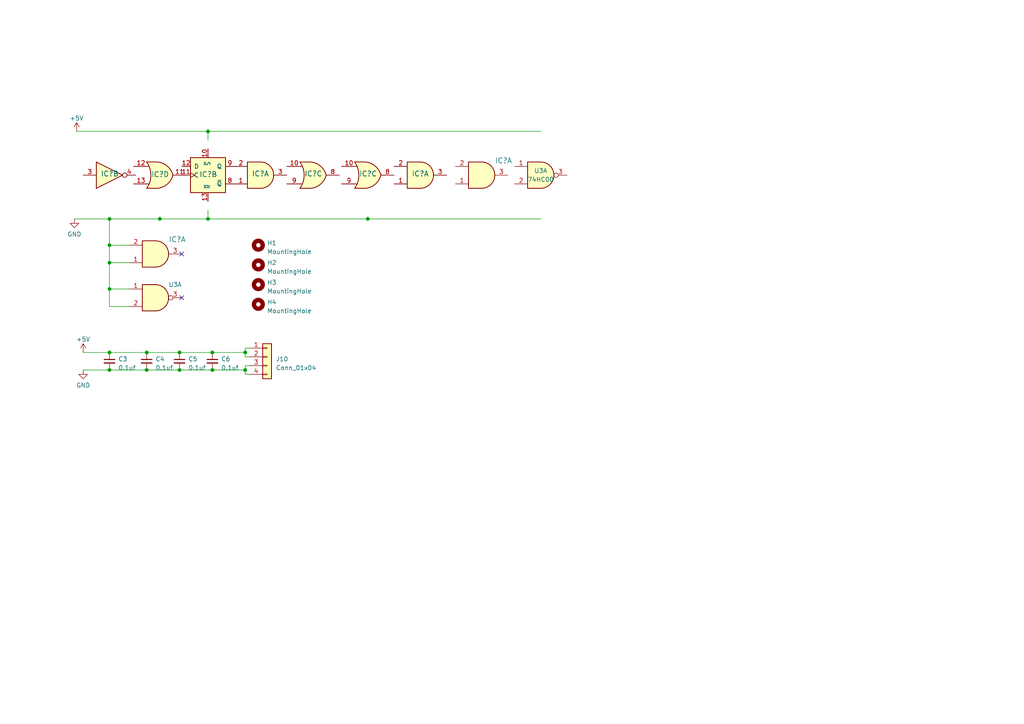
<source format=kicad_sch>
(kicad_sch (version 20230121) (generator eeschema)
  (paper "A4")
  (lib_symbols
    (symbol "74xx:74HC00" (pin_names (offset 1.016))
      (property "Reference" "U" (at 0 1.27 0))
      (property "Value" "74HC00" (at 0 -1.27 0))
      (symbol "74HC00_1_1"
        (arc (start 0 -3.81) (mid 3.7934 0) (end 0 3.81) (stroke (width 0.254)) (fill (type background)))
        (polyline (pts (xy 0 3.81) (xy -3.81 3.81) (xy -3.81 -3.81) (xy 0 -3.81)) (stroke (width 0.254)) (fill (type background)))
        (pin input line (at -7.62 2.54 0) (length 3.81) (name "~") (number "1"))
        (pin input line (at -7.62 -2.54 0) (length 3.81) (name "~") (number "2"))
        (pin output inverted (at 7.62 0 180) (length 3.81) (name "~") (number "3"))
      )
      (symbol "74HC00_1_2"
        (arc (start -3.81 -3.81) (mid -2.589 0) (end -3.81 3.81) (stroke (width 0.254)))
        (arc (start -0.6096 -3.81) (mid 2.1842 -2.5851) (end 3.81 0) (stroke (width 0.254)) (fill (type background)))
        (polyline (pts (xy -3.81 -3.81) (xy -0.635 -3.81)) (stroke (width 0.254)) (fill (type background)))
        (polyline (pts (xy -3.81 3.81) (xy -0.635 3.81)) (stroke (width 0.254)) (fill (type background)))
        (polyline (pts (xy -0.635 3.81) (xy -3.81 3.81) (xy -3.81 3.81) (xy -3.556 3.4036) (xy -3.0226 2.2606) (xy -2.6924 1.0414) (xy -2.6162 -0.254) (xy -2.7686 -1.4986) (xy -3.175 -2.7178) (xy -3.81 -3.81) (xy -3.81 -3.81) (xy -0.635 -3.81)) (stroke (width -25.4)) (fill (type background)))
        (arc (start 3.81 0) (mid 2.1915 2.5936) (end -0.6096 3.81) (stroke (width 0.254)) (fill (type background)))
        (pin input inverted (at -7.62 2.54 0) (length 4.318) (name "~") (number "1"))
        (pin input inverted (at -7.62 -2.54 0) (length 4.318) (name "~") (number "2"))
        (pin output line (at 7.62 0 180) (length 3.81) (name "~") (number "3"))
      )
      (symbol "74HC00_2_1"
        (arc (start 0 -3.81) (mid 3.7934 0) (end 0 3.81) (stroke (width 0.254)) (fill (type background)))
        (polyline (pts (xy 0 3.81) (xy -3.81 3.81) (xy -3.81 -3.81) (xy 0 -3.81)) (stroke (width 0.254)) (fill (type background)))
        (pin input line (at -7.62 2.54 0) (length 3.81) (name "~") (number "4"))
        (pin input line (at -7.62 -2.54 0) (length 3.81) (name "~") (number "5"))
        (pin output inverted (at 7.62 0 180) (length 3.81) (name "~") (number "6"))
      )
      (symbol "74HC00_2_2"
        (arc (start -3.81 -3.81) (mid -2.589 0) (end -3.81 3.81) (stroke (width 0.254)))
        (arc (start -0.6096 -3.81) (mid 2.1842 -2.5851) (end 3.81 0) (stroke (width 0.254)) (fill (type background)))
        (polyline (pts (xy -3.81 -3.81) (xy -0.635 -3.81)) (stroke (width 0.254)) (fill (type background)))
        (polyline (pts (xy -3.81 3.81) (xy -0.635 3.81)) (stroke (width 0.254)) (fill (type background)))
        (polyline (pts (xy -0.635 3.81) (xy -3.81 3.81) (xy -3.81 3.81) (xy -3.556 3.4036) (xy -3.0226 2.2606) (xy -2.6924 1.0414) (xy -2.6162 -0.254) (xy -2.7686 -1.4986) (xy -3.175 -2.7178) (xy -3.81 -3.81) (xy -3.81 -3.81) (xy -0.635 -3.81)) (stroke (width -25.4)) (fill (type background)))
        (arc (start 3.81 0) (mid 2.1915 2.5936) (end -0.6096 3.81) (stroke (width 0.254)) (fill (type background)))
        (pin input inverted (at -7.62 2.54 0) (length 4.318) (name "~") (number "4"))
        (pin input inverted (at -7.62 -2.54 0) (length 4.318) (name "~") (number "5"))
        (pin output line (at 7.62 0 180) (length 3.81) (name "~") (number "6"))
      )
      (symbol "74HC00_3_1"
        (arc (start 0 -3.81) (mid 3.7934 0) (end 0 3.81) (stroke (width 0.254)) (fill (type background)))
        (polyline (pts (xy 0 3.81) (xy -3.81 3.81) (xy -3.81 -3.81) (xy 0 -3.81)) (stroke (width 0.254)) (fill (type background)))
        (pin input line (at -7.62 -2.54 0) (length 3.81) (name "~") (number "10"))
        (pin output inverted (at 7.62 0 180) (length 3.81) (name "~") (number "8"))
        (pin input line (at -7.62 2.54 0) (length 3.81) (name "~") (number "9"))
      )
      (symbol "74HC00_3_2"
        (arc (start -3.81 -3.81) (mid -2.589 0) (end -3.81 3.81) (stroke (width 0.254)))
        (arc (start -0.6096 -3.81) (mid 2.1842 -2.5851) (end 3.81 0) (stroke (width 0.254)) (fill (type background)))
        (polyline (pts (xy -3.81 -3.81) (xy -0.635 -3.81)) (stroke (width 0.254)) (fill (type background)))
        (polyline (pts (xy -3.81 3.81) (xy -0.635 3.81)) (stroke (width 0.254)) (fill (type background)))
        (polyline (pts (xy -0.635 3.81) (xy -3.81 3.81) (xy -3.81 3.81) (xy -3.556 3.4036) (xy -3.0226 2.2606) (xy -2.6924 1.0414) (xy -2.6162 -0.254) (xy -2.7686 -1.4986) (xy -3.175 -2.7178) (xy -3.81 -3.81) (xy -3.81 -3.81) (xy -0.635 -3.81)) (stroke (width -25.4)) (fill (type background)))
        (arc (start 3.81 0) (mid 2.1915 2.5936) (end -0.6096 3.81) (stroke (width 0.254)) (fill (type background)))
        (pin input inverted (at -7.62 -2.54 0) (length 4.318) (name "~") (number "10"))
        (pin output line (at 7.62 0 180) (length 3.81) (name "~") (number "8"))
        (pin input inverted (at -7.62 2.54 0) (length 4.318) (name "~") (number "9"))
      )
      (symbol "74HC00_4_1"
        (arc (start 0 -3.81) (mid 3.7934 0) (end 0 3.81) (stroke (width 0.254)) (fill (type background)))
        (polyline (pts (xy 0 3.81) (xy -3.81 3.81) (xy -3.81 -3.81) (xy 0 -3.81)) (stroke (width 0.254)) (fill (type background)))
        (pin output inverted (at 7.62 0 180) (length 3.81) (name "~") (number "11"))
        (pin input line (at -7.62 2.54 0) (length 3.81) (name "~") (number "12"))
        (pin input line (at -7.62 -2.54 0) (length 3.81) (name "~") (number "13"))
      )
      (symbol "74HC00_4_2"
        (arc (start -3.81 -3.81) (mid -2.589 0) (end -3.81 3.81) (stroke (width 0.254)))
        (arc (start -0.6096 -3.81) (mid 2.1842 -2.5851) (end 3.81 0) (stroke (width 0.254)) (fill (type background)))
        (polyline (pts (xy -3.81 -3.81) (xy -0.635 -3.81)) (stroke (width 0.254)) (fill (type background)))
        (polyline (pts (xy -3.81 3.81) (xy -0.635 3.81)) (stroke (width 0.254)) (fill (type background)))
        (polyline (pts (xy -0.635 3.81) (xy -3.81 3.81) (xy -3.81 3.81) (xy -3.556 3.4036) (xy -3.0226 2.2606) (xy -2.6924 1.0414) (xy -2.6162 -0.254) (xy -2.7686 -1.4986) (xy -3.175 -2.7178) (xy -3.81 -3.81) (xy -3.81 -3.81) (xy -0.635 -3.81)) (stroke (width -25.4)) (fill (type background)))
        (arc (start 3.81 0) (mid 2.1915 2.5936) (end -0.6096 3.81) (stroke (width 0.254)) (fill (type background)))
        (pin output line (at 7.62 0 180) (length 3.81) (name "~") (number "11"))
        (pin input inverted (at -7.62 2.54 0) (length 4.318) (name "~") (number "12"))
        (pin input inverted (at -7.62 -2.54 0) (length 4.318) (name "~") (number "13"))
      )
      (symbol "74HC00_5_0"
        (pin power_in line (at 0 12.7 270) (length 5.08) (name "VCC") (number "14"))
        (pin power_in line (at 0 -12.7 90) (length 5.08) (name "GND") (number "7"))
      )
      (symbol "74HC00_5_1"
        (rectangle (start -5.08 7.62) (end 5.08 -7.62) (stroke (width 0.254)) (fill (type background)))
      )
    )
    (symbol "74xx:74HC04"
      (property "Reference" "U" (at 0 1.27 0))
      (property "Value" "74HC04" (at 0 -1.27 0))
      (symbol "74HC04_1_0"
        (polyline (pts (xy -3.81 3.81) (xy -3.81 -3.81) (xy 3.81 0) (xy -3.81 3.81)) (stroke (width 0.254)) (fill (type background)))
        (pin input line (at -7.62 0 0) (length 3.81) (name "~") (number "1"))
        (pin output inverted (at 7.62 0 180) (length 3.81) (name "~") (number "2"))
      )
      (symbol "74HC04_2_0"
        (polyline (pts (xy -3.81 3.81) (xy -3.81 -3.81) (xy 3.81 0) (xy -3.81 3.81)) (stroke (width 0.254)) (fill (type background)))
        (pin input line (at -7.62 0 0) (length 3.81) (name "~") (number "3"))
        (pin output inverted (at 7.62 0 180) (length 3.81) (name "~") (number "4"))
      )
      (symbol "74HC04_3_0"
        (polyline (pts (xy -3.81 3.81) (xy -3.81 -3.81) (xy 3.81 0) (xy -3.81 3.81)) (stroke (width 0.254)) (fill (type background)))
        (pin input line (at -7.62 0 0) (length 3.81) (name "~") (number "5"))
        (pin output inverted (at 7.62 0 180) (length 3.81) (name "~") (number "6"))
      )
      (symbol "74HC04_4_0"
        (polyline (pts (xy -3.81 3.81) (xy -3.81 -3.81) (xy 3.81 0) (xy -3.81 3.81)) (stroke (width 0.254)) (fill (type background)))
        (pin output inverted (at 7.62 0 180) (length 3.81) (name "~") (number "8"))
        (pin input line (at -7.62 0 0) (length 3.81) (name "~") (number "9"))
      )
      (symbol "74HC04_5_0"
        (polyline (pts (xy -3.81 3.81) (xy -3.81 -3.81) (xy 3.81 0) (xy -3.81 3.81)) (stroke (width 0.254)) (fill (type background)))
        (pin output inverted (at 7.62 0 180) (length 3.81) (name "~") (number "10"))
        (pin input line (at -7.62 0 0) (length 3.81) (name "~") (number "11"))
      )
      (symbol "74HC04_6_0"
        (polyline (pts (xy -3.81 3.81) (xy -3.81 -3.81) (xy 3.81 0) (xy -3.81 3.81)) (stroke (width 0.254)) (fill (type background)))
        (pin output inverted (at 7.62 0 180) (length 3.81) (name "~") (number "12"))
        (pin input line (at -7.62 0 0) (length 3.81) (name "~") (number "13"))
      )
      (symbol "74HC04_7_0"
        (pin power_in line (at 0 12.7 270) (length 5.08) (name "VCC") (number "14"))
        (pin power_in line (at 0 -12.7 90) (length 5.08) (name "GND") (number "7"))
      )
      (symbol "74HC04_7_1"
        (rectangle (start -5.08 7.62) (end 5.08 -7.62) (stroke (width 0.254)) (fill (type background)))
      )
    )
    (symbol "74xx:74HC74" (pin_names (offset 1.016))
      (property "Reference" "U" (at -7.62 8.89 0))
      (property "Value" "74HC74" (at -7.62 -8.89 0))
      (symbol "74HC74_1_0"
        (pin input line (at 0 -7.62 90) (length 2.54) (name "~{R}") (number "1"))
        (pin input line (at -7.62 2.54 0) (length 2.54) (name "D") (number "2"))
        (pin input clock (at -7.62 0 0) (length 2.54) (name "C") (number "3"))
        (pin input line (at 0 7.62 270) (length 2.54) (name "~{S}") (number "4"))
        (pin output line (at 7.62 2.54 180) (length 2.54) (name "Q") (number "5"))
        (pin output line (at 7.62 -2.54 180) (length 2.54) (name "~{Q}") (number "6"))
      )
      (symbol "74HC74_1_1"
        (rectangle (start -5.08 5.08) (end 5.08 -5.08) (stroke (width 0.254)) (fill (type background)))
      )
      (symbol "74HC74_2_0"
        (pin input line (at 0 7.62 270) (length 2.54) (name "~{S}") (number "10"))
        (pin input clock (at -7.62 0 0) (length 2.54) (name "C") (number "11"))
        (pin input line (at -7.62 2.54 0) (length 2.54) (name "D") (number "12"))
        (pin input line (at 0 -7.62 90) (length 2.54) (name "~{R}") (number "13"))
        (pin output line (at 7.62 -2.54 180) (length 2.54) (name "~{Q}") (number "8"))
        (pin output line (at 7.62 2.54 180) (length 2.54) (name "Q") (number "9"))
      )
      (symbol "74HC74_2_1"
        (rectangle (start -5.08 5.08) (end 5.08 -5.08) (stroke (width 0.254)) (fill (type background)))
      )
      (symbol "74HC74_3_0"
        (pin power_in line (at 0 10.16 270) (length 2.54) (name "VCC") (number "14"))
        (pin power_in line (at 0 -10.16 90) (length 2.54) (name "GND") (number "7"))
      )
      (symbol "74HC74_3_1"
        (rectangle (start -5.08 7.62) (end 5.08 -7.62) (stroke (width 0.254)) (fill (type background)))
      )
    )
    (symbol "74xx:74LS08" (pin_names (offset 1.016))
      (property "Reference" "U" (at 0 1.27 0))
      (property "Value" "74LS08" (at 0 -1.27 0))
      (symbol "74LS08_1_1"
        (arc (start 0 -3.81) (mid 3.7934 0) (end 0 3.81) (stroke (width 0.254)) (fill (type background)))
        (polyline (pts (xy 0 3.81) (xy -3.81 3.81) (xy -3.81 -3.81) (xy 0 -3.81)) (stroke (width 0.254)) (fill (type background)))
        (pin input line (at -7.62 2.54 0) (length 3.81) (name "~") (number "1"))
        (pin input line (at -7.62 -2.54 0) (length 3.81) (name "~") (number "2"))
        (pin output line (at 7.62 0 180) (length 3.81) (name "~") (number "3"))
      )
      (symbol "74LS08_1_2"
        (arc (start -3.81 -3.81) (mid -2.589 0) (end -3.81 3.81) (stroke (width 0.254)))
        (arc (start -0.6096 -3.81) (mid 2.1842 -2.5851) (end 3.81 0) (stroke (width 0.254)) (fill (type background)))
        (polyline (pts (xy -3.81 -3.81) (xy -0.635 -3.81)) (stroke (width 0.254)) (fill (type background)))
        (polyline (pts (xy -3.81 3.81) (xy -0.635 3.81)) (stroke (width 0.254)) (fill (type background)))
        (polyline (pts (xy -0.635 3.81) (xy -3.81 3.81) (xy -3.81 3.81) (xy -3.556 3.4036) (xy -3.0226 2.2606) (xy -2.6924 1.0414) (xy -2.6162 -0.254) (xy -2.7686 -1.4986) (xy -3.175 -2.7178) (xy -3.81 -3.81) (xy -3.81 -3.81) (xy -0.635 -3.81)) (stroke (width -25.4)) (fill (type background)))
        (arc (start 3.81 0) (mid 2.1915 2.5936) (end -0.6096 3.81) (stroke (width 0.254)) (fill (type background)))
        (pin input inverted (at -7.62 2.54 0) (length 4.318) (name "~") (number "1"))
        (pin input inverted (at -7.62 -2.54 0) (length 4.318) (name "~") (number "2"))
        (pin output inverted (at 7.62 0 180) (length 3.81) (name "~") (number "3"))
      )
      (symbol "74LS08_2_1"
        (arc (start 0 -3.81) (mid 3.7934 0) (end 0 3.81) (stroke (width 0.254)) (fill (type background)))
        (polyline (pts (xy 0 3.81) (xy -3.81 3.81) (xy -3.81 -3.81) (xy 0 -3.81)) (stroke (width 0.254)) (fill (type background)))
        (pin input line (at -7.62 2.54 0) (length 3.81) (name "~") (number "4"))
        (pin input line (at -7.62 -2.54 0) (length 3.81) (name "~") (number "5"))
        (pin output line (at 7.62 0 180) (length 3.81) (name "~") (number "6"))
      )
      (symbol "74LS08_2_2"
        (arc (start -3.81 -3.81) (mid -2.589 0) (end -3.81 3.81) (stroke (width 0.254)))
        (arc (start -0.6096 -3.81) (mid 2.1842 -2.5851) (end 3.81 0) (stroke (width 0.254)) (fill (type background)))
        (polyline (pts (xy -3.81 -3.81) (xy -0.635 -3.81)) (stroke (width 0.254)) (fill (type background)))
        (polyline (pts (xy -3.81 3.81) (xy -0.635 3.81)) (stroke (width 0.254)) (fill (type background)))
        (polyline (pts (xy -0.635 3.81) (xy -3.81 3.81) (xy -3.81 3.81) (xy -3.556 3.4036) (xy -3.0226 2.2606) (xy -2.6924 1.0414) (xy -2.6162 -0.254) (xy -2.7686 -1.4986) (xy -3.175 -2.7178) (xy -3.81 -3.81) (xy -3.81 -3.81) (xy -0.635 -3.81)) (stroke (width -25.4)) (fill (type background)))
        (arc (start 3.81 0) (mid 2.1915 2.5936) (end -0.6096 3.81) (stroke (width 0.254)) (fill (type background)))
        (pin input inverted (at -7.62 2.54 0) (length 4.318) (name "~") (number "4"))
        (pin input inverted (at -7.62 -2.54 0) (length 4.318) (name "~") (number "5"))
        (pin output inverted (at 7.62 0 180) (length 3.81) (name "~") (number "6"))
      )
      (symbol "74LS08_3_1"
        (arc (start 0 -3.81) (mid 3.7934 0) (end 0 3.81) (stroke (width 0.254)) (fill (type background)))
        (polyline (pts (xy 0 3.81) (xy -3.81 3.81) (xy -3.81 -3.81) (xy 0 -3.81)) (stroke (width 0.254)) (fill (type background)))
        (pin input line (at -7.62 -2.54 0) (length 3.81) (name "~") (number "10"))
        (pin output line (at 7.62 0 180) (length 3.81) (name "~") (number "8"))
        (pin input line (at -7.62 2.54 0) (length 3.81) (name "~") (number "9"))
      )
      (symbol "74LS08_3_2"
        (arc (start -3.81 -3.81) (mid -2.589 0) (end -3.81 3.81) (stroke (width 0.254)))
        (arc (start -0.6096 -3.81) (mid 2.1842 -2.5851) (end 3.81 0) (stroke (width 0.254)) (fill (type background)))
        (polyline (pts (xy -3.81 -3.81) (xy -0.635 -3.81)) (stroke (width 0.254)) (fill (type background)))
        (polyline (pts (xy -3.81 3.81) (xy -0.635 3.81)) (stroke (width 0.254)) (fill (type background)))
        (polyline (pts (xy -0.635 3.81) (xy -3.81 3.81) (xy -3.81 3.81) (xy -3.556 3.4036) (xy -3.0226 2.2606) (xy -2.6924 1.0414) (xy -2.6162 -0.254) (xy -2.7686 -1.4986) (xy -3.175 -2.7178) (xy -3.81 -3.81) (xy -3.81 -3.81) (xy -0.635 -3.81)) (stroke (width -25.4)) (fill (type background)))
        (arc (start 3.81 0) (mid 2.1915 2.5936) (end -0.6096 3.81) (stroke (width 0.254)) (fill (type background)))
        (pin input inverted (at -7.62 -2.54 0) (length 4.318) (name "~") (number "10"))
        (pin output inverted (at 7.62 0 180) (length 3.81) (name "~") (number "8"))
        (pin input inverted (at -7.62 2.54 0) (length 4.318) (name "~") (number "9"))
      )
      (symbol "74LS08_4_1"
        (arc (start 0 -3.81) (mid 3.7934 0) (end 0 3.81) (stroke (width 0.254)) (fill (type background)))
        (polyline (pts (xy 0 3.81) (xy -3.81 3.81) (xy -3.81 -3.81) (xy 0 -3.81)) (stroke (width 0.254)) (fill (type background)))
        (pin output line (at 7.62 0 180) (length 3.81) (name "~") (number "11"))
        (pin input line (at -7.62 2.54 0) (length 3.81) (name "~") (number "12"))
        (pin input line (at -7.62 -2.54 0) (length 3.81) (name "~") (number "13"))
      )
      (symbol "74LS08_4_2"
        (arc (start -3.81 -3.81) (mid -2.589 0) (end -3.81 3.81) (stroke (width 0.254)))
        (arc (start -0.6096 -3.81) (mid 2.1842 -2.5851) (end 3.81 0) (stroke (width 0.254)) (fill (type background)))
        (polyline (pts (xy -3.81 -3.81) (xy -0.635 -3.81)) (stroke (width 0.254)) (fill (type background)))
        (polyline (pts (xy -3.81 3.81) (xy -0.635 3.81)) (stroke (width 0.254)) (fill (type background)))
        (polyline (pts (xy -0.635 3.81) (xy -3.81 3.81) (xy -3.81 3.81) (xy -3.556 3.4036) (xy -3.0226 2.2606) (xy -2.6924 1.0414) (xy -2.6162 -0.254) (xy -2.7686 -1.4986) (xy -3.175 -2.7178) (xy -3.81 -3.81) (xy -3.81 -3.81) (xy -0.635 -3.81)) (stroke (width -25.4)) (fill (type background)))
        (arc (start 3.81 0) (mid 2.1915 2.5936) (end -0.6096 3.81) (stroke (width 0.254)) (fill (type background)))
        (pin output inverted (at 7.62 0 180) (length 3.81) (name "~") (number "11"))
        (pin input inverted (at -7.62 2.54 0) (length 4.318) (name "~") (number "12"))
        (pin input inverted (at -7.62 -2.54 0) (length 4.318) (name "~") (number "13"))
      )
      (symbol "74LS08_5_0"
        (pin power_in line (at 0 12.7 270) (length 5.08) (name "VCC") (number "14"))
        (pin power_in line (at 0 -12.7 90) (length 5.08) (name "GND") (number "7"))
      )
      (symbol "74LS08_5_1"
        (rectangle (start -5.08 7.62) (end 5.08 -7.62) (stroke (width 0.254)) (fill (type background)))
      )
    )
    (symbol "74xx:74LS32" (pin_names (offset 1.016))
      (property "Reference" "U" (at 0 1.27 0))
      (property "Value" "74LS32" (at 0 -1.27 0))
      (symbol "74LS32_1_1"
        (arc (start -3.81 -3.81) (mid -2.589 0) (end -3.81 3.81) (stroke (width 0.254)))
        (arc (start -0.6096 -3.81) (mid 2.1842 -2.5851) (end 3.81 0) (stroke (width 0.254)) (fill (type background)))
        (polyline (pts (xy -3.81 -3.81) (xy -0.635 -3.81)) (stroke (width 0.254)) (fill (type background)))
        (polyline (pts (xy -3.81 3.81) (xy -0.635 3.81)) (stroke (width 0.254)) (fill (type background)))
        (polyline (pts (xy -0.635 3.81) (xy -3.81 3.81) (xy -3.81 3.81) (xy -3.556 3.4036) (xy -3.0226 2.2606) (xy -2.6924 1.0414) (xy -2.6162 -0.254) (xy -2.7686 -1.4986) (xy -3.175 -2.7178) (xy -3.81 -3.81) (xy -3.81 -3.81) (xy -0.635 -3.81)) (stroke (width -25.4)) (fill (type background)))
        (arc (start 3.81 0) (mid 2.1915 2.5936) (end -0.6096 3.81) (stroke (width 0.254)) (fill (type background)))
        (pin input line (at -7.62 2.54 0) (length 4.318) (name "~") (number "1"))
        (pin input line (at -7.62 -2.54 0) (length 4.318) (name "~") (number "2"))
        (pin output line (at 7.62 0 180) (length 3.81) (name "~") (number "3"))
      )
      (symbol "74LS32_1_2"
        (arc (start 0 -3.81) (mid 3.7934 0) (end 0 3.81) (stroke (width 0.254)) (fill (type background)))
        (polyline (pts (xy 0 3.81) (xy -3.81 3.81) (xy -3.81 -3.81) (xy 0 -3.81)) (stroke (width 0.254)) (fill (type background)))
        (pin input inverted (at -7.62 2.54 0) (length 3.81) (name "~") (number "1"))
        (pin input inverted (at -7.62 -2.54 0) (length 3.81) (name "~") (number "2"))
        (pin output inverted (at 7.62 0 180) (length 3.81) (name "~") (number "3"))
      )
      (symbol "74LS32_2_1"
        (arc (start -3.81 -3.81) (mid -2.589 0) (end -3.81 3.81) (stroke (width 0.254)))
        (arc (start -0.6096 -3.81) (mid 2.1842 -2.5851) (end 3.81 0) (stroke (width 0.254)) (fill (type background)))
        (polyline (pts (xy -3.81 -3.81) (xy -0.635 -3.81)) (stroke (width 0.254)) (fill (type background)))
        (polyline (pts (xy -3.81 3.81) (xy -0.635 3.81)) (stroke (width 0.254)) (fill (type background)))
        (polyline (pts (xy -0.635 3.81) (xy -3.81 3.81) (xy -3.81 3.81) (xy -3.556 3.4036) (xy -3.0226 2.2606) (xy -2.6924 1.0414) (xy -2.6162 -0.254) (xy -2.7686 -1.4986) (xy -3.175 -2.7178) (xy -3.81 -3.81) (xy -3.81 -3.81) (xy -0.635 -3.81)) (stroke (width -25.4)) (fill (type background)))
        (arc (start 3.81 0) (mid 2.1915 2.5936) (end -0.6096 3.81) (stroke (width 0.254)) (fill (type background)))
        (pin input line (at -7.62 2.54 0) (length 4.318) (name "~") (number "4"))
        (pin input line (at -7.62 -2.54 0) (length 4.318) (name "~") (number "5"))
        (pin output line (at 7.62 0 180) (length 3.81) (name "~") (number "6"))
      )
      (symbol "74LS32_2_2"
        (arc (start 0 -3.81) (mid 3.7934 0) (end 0 3.81) (stroke (width 0.254)) (fill (type background)))
        (polyline (pts (xy 0 3.81) (xy -3.81 3.81) (xy -3.81 -3.81) (xy 0 -3.81)) (stroke (width 0.254)) (fill (type background)))
        (pin input inverted (at -7.62 2.54 0) (length 3.81) (name "~") (number "4"))
        (pin input inverted (at -7.62 -2.54 0) (length 3.81) (name "~") (number "5"))
        (pin output inverted (at 7.62 0 180) (length 3.81) (name "~") (number "6"))
      )
      (symbol "74LS32_3_1"
        (arc (start -3.81 -3.81) (mid -2.589 0) (end -3.81 3.81) (stroke (width 0.254)))
        (arc (start -0.6096 -3.81) (mid 2.1842 -2.5851) (end 3.81 0) (stroke (width 0.254)) (fill (type background)))
        (polyline (pts (xy -3.81 -3.81) (xy -0.635 -3.81)) (stroke (width 0.254)) (fill (type background)))
        (polyline (pts (xy -3.81 3.81) (xy -0.635 3.81)) (stroke (width 0.254)) (fill (type background)))
        (polyline (pts (xy -0.635 3.81) (xy -3.81 3.81) (xy -3.81 3.81) (xy -3.556 3.4036) (xy -3.0226 2.2606) (xy -2.6924 1.0414) (xy -2.6162 -0.254) (xy -2.7686 -1.4986) (xy -3.175 -2.7178) (xy -3.81 -3.81) (xy -3.81 -3.81) (xy -0.635 -3.81)) (stroke (width -25.4)) (fill (type background)))
        (arc (start 3.81 0) (mid 2.1915 2.5936) (end -0.6096 3.81) (stroke (width 0.254)) (fill (type background)))
        (pin input line (at -7.62 -2.54 0) (length 4.318) (name "~") (number "10"))
        (pin output line (at 7.62 0 180) (length 3.81) (name "~") (number "8"))
        (pin input line (at -7.62 2.54 0) (length 4.318) (name "~") (number "9"))
      )
      (symbol "74LS32_3_2"
        (arc (start 0 -3.81) (mid 3.7934 0) (end 0 3.81) (stroke (width 0.254)) (fill (type background)))
        (polyline (pts (xy 0 3.81) (xy -3.81 3.81) (xy -3.81 -3.81) (xy 0 -3.81)) (stroke (width 0.254)) (fill (type background)))
        (pin input inverted (at -7.62 -2.54 0) (length 3.81) (name "~") (number "10"))
        (pin output inverted (at 7.62 0 180) (length 3.81) (name "~") (number "8"))
        (pin input inverted (at -7.62 2.54 0) (length 3.81) (name "~") (number "9"))
      )
      (symbol "74LS32_4_1"
        (arc (start -3.81 -3.81) (mid -2.589 0) (end -3.81 3.81) (stroke (width 0.254)))
        (arc (start -0.6096 -3.81) (mid 2.1842 -2.5851) (end 3.81 0) (stroke (width 0.254)) (fill (type background)))
        (polyline (pts (xy -3.81 -3.81) (xy -0.635 -3.81)) (stroke (width 0.254)) (fill (type background)))
        (polyline (pts (xy -3.81 3.81) (xy -0.635 3.81)) (stroke (width 0.254)) (fill (type background)))
        (polyline (pts (xy -0.635 3.81) (xy -3.81 3.81) (xy -3.81 3.81) (xy -3.556 3.4036) (xy -3.0226 2.2606) (xy -2.6924 1.0414) (xy -2.6162 -0.254) (xy -2.7686 -1.4986) (xy -3.175 -2.7178) (xy -3.81 -3.81) (xy -3.81 -3.81) (xy -0.635 -3.81)) (stroke (width -25.4)) (fill (type background)))
        (arc (start 3.81 0) (mid 2.1915 2.5936) (end -0.6096 3.81) (stroke (width 0.254)) (fill (type background)))
        (pin output line (at 7.62 0 180) (length 3.81) (name "~") (number "11"))
        (pin input line (at -7.62 2.54 0) (length 4.318) (name "~") (number "12"))
        (pin input line (at -7.62 -2.54 0) (length 4.318) (name "~") (number "13"))
      )
      (symbol "74LS32_4_2"
        (arc (start 0 -3.81) (mid 3.7934 0) (end 0 3.81) (stroke (width 0.254)) (fill (type background)))
        (polyline (pts (xy 0 3.81) (xy -3.81 3.81) (xy -3.81 -3.81) (xy 0 -3.81)) (stroke (width 0.254)) (fill (type background)))
        (pin output inverted (at 7.62 0 180) (length 3.81) (name "~") (number "11"))
        (pin input inverted (at -7.62 2.54 0) (length 3.81) (name "~") (number "12"))
        (pin input inverted (at -7.62 -2.54 0) (length 3.81) (name "~") (number "13"))
      )
      (symbol "74LS32_5_0"
        (pin power_in line (at 0 12.7 270) (length 5.08) (name "VCC") (number "14"))
        (pin power_in line (at 0 -12.7 90) (length 5.08) (name "GND") (number "7"))
      )
      (symbol "74LS32_5_1"
        (rectangle (start -5.08 7.62) (end 5.08 -7.62) (stroke (width 0.254)) (fill (type background)))
      )
    )
    (symbol "Connector_Generic:Conn_01x04" (pin_names (offset 1.016) hide)
      (property "Reference" "J" (at 0 5.08 0))
      (property "Value" "Conn_01x04" (at 0 -7.62 0))
      (symbol "Conn_01x04_1_1"
        (rectangle (start -1.27 -4.953) (end 0 -5.207) (stroke (width 0.1524)))
        (rectangle (start -1.27 -2.413) (end 0 -2.667) (stroke (width 0.1524)))
        (rectangle (start -1.27 0.127) (end 0 -0.127) (stroke (width 0.1524)))
        (rectangle (start -1.27 2.667) (end 0 2.413) (stroke (width 0.1524)))
        (rectangle (start -1.27 3.81) (end 1.27 -6.35) (stroke (width 0.254)) (fill (type background)))
        (pin passive line (at -5.08 2.54 0) (length 3.81) (name "Pin_1") (number "1"))
        (pin passive line (at -5.08 0 0) (length 3.81) (name "Pin_2") (number "2"))
        (pin passive line (at -5.08 -2.54 0) (length 3.81) (name "Pin_3") (number "3"))
        (pin passive line (at -5.08 -5.08 0) (length 3.81) (name "Pin_4") (number "4"))
      )
    )
    (symbol "Device:C_Small" (pin_numbers hide) (pin_names (offset 0.254) hide)
      (property "Reference" "C" (at 0.254 1.778 0))
      (property "Value" "C_Small" (at 0.254 -2.032 0))
      (symbol "C_Small_0_1"
        (polyline (pts (xy -1.524 -0.508) (xy 1.524 -0.508)) (stroke (width 0.3302)))
        (polyline (pts (xy -1.524 0.508) (xy 1.524 0.508)) (stroke (width 0.3048)))
      )
      (symbol "C_Small_1_1"
        (pin passive line (at 0 2.54 270) (length 2.032) (name "~") (number "1"))
        (pin passive line (at 0 -2.54 90) (length 2.032) (name "~") (number "2"))
      )
    )
    (symbol "Mechanical:MountingHole" (pin_names (offset 1.016))
      (property "Reference" "H" (at 0 5.08 0))
      (property "Value" "MountingHole" (at 0 3.175 0))
      (symbol "MountingHole_0_1"
        (circle (center 0 0) (radius 1.27) (stroke (width 1.27)))
      )
    )
    (symbol "power:+5V" (power) (pin_names (offset 0))
      (property "Value" "+5V" (at 0 3.556 0))
      (symbol "+5V_0_1"
        (polyline (pts (xy -0.762 1.27) (xy 0 2.54)))
        (polyline (pts (xy 0 0) (xy 0 2.54)))
        (polyline (pts (xy 0 2.54) (xy 0.762 1.27)))
      )
      (symbol "+5V_1_1"
        (pin power_in line (at 0 0 90) (length 0) hide (name "+5V") (number "1"))
      )
    )
    (symbol "power:GND" (power) (pin_names (offset 0))
      (property "Value" "GND" (at 0 -3.81 0))
      (symbol "GND_0_1"
        (polyline (pts (xy 0 0) (xy 0 -1.27) (xy 1.27 -1.27) (xy 0 -2.54) (xy -1.27 -1.27) (xy 0 -1.27)))
      )
      (symbol "GND_1_1"
        (pin power_in line (at 0 0 270) (length 0) hide (name "GND") (number "1"))
      )
    )
  )
  (junction (at 52.07 102.235))
  (junction (at 71.12 107.315))
  (junction (at 31.75 71.12))
  (junction (at 106.68 63.5))
  (junction (at 52.07 107.315))
  (junction (at 71.12 102.235))
  (junction (at 60.325 38.1))
  (junction (at 61.595 107.315))
  (junction (at 31.75 107.315))
  (junction (at 31.75 63.5))
  (junction (at 31.75 102.235))
  (junction (at 42.545 102.235))
  (junction (at 61.595 102.235))
  (junction (at 60.325 63.5))
  (junction (at 46.355 63.5))
  (junction (at 42.545 107.315))
  (junction (at 31.75 83.82))
  (junction (at 31.75 76.2))
  (no_connect (at 52.705 86.36))
  (no_connect (at 52.705 73.66))
  (wire (pts (xy 37.465 71.12) (xy 31.75 71.12)))
  (wire (pts (xy 42.545 102.235) (xy 52.07 102.235)))
  (wire (pts (xy 60.325 38.1) (xy 156.845 38.1)))
  (wire (pts (xy 37.465 88.9) (xy 31.75 88.9)))
  (wire (pts (xy 72.39 103.505) (xy 71.12 103.505)))
  (wire (pts (xy 37.465 83.82) (xy 31.75 83.82)))
  (wire (pts (xy 31.75 63.5) (xy 31.75 71.12)))
  (wire (pts (xy 31.75 83.82) (xy 31.75 88.9)))
  (wire (pts (xy 72.39 108.585) (xy 71.12 108.585)))
  (wire (pts (xy 71.12 102.235) (xy 61.595 102.235)))
  (wire (pts (xy 22.225 38.1) (xy 60.325 38.1)))
  (wire (pts (xy 60.325 63.5) (xy 106.68 63.5)))
  (wire (pts (xy 60.325 40.64) (xy 60.325 38.1)))
  (wire (pts (xy 31.75 71.12) (xy 31.75 76.2)))
  (wire (pts (xy 71.12 106.045) (xy 71.12 107.315)))
  (wire (pts (xy 106.68 63.5) (xy 106.68 62.865)))
  (wire (pts (xy 106.68 63.5) (xy 156.845 63.5)))
  (wire (pts (xy 71.12 100.965) (xy 71.12 102.235)))
  (wire (pts (xy 24.13 107.315) (xy 31.75 107.315)))
  (wire (pts (xy 37.465 76.2) (xy 31.75 76.2)))
  (wire (pts (xy 60.325 60.96) (xy 60.325 63.5)))
  (wire (pts (xy 31.75 63.5) (xy 46.355 63.5)))
  (wire (pts (xy 60.325 63.5) (xy 46.355 63.5)))
  (wire (pts (xy 46.355 63.5) (xy 46.355 62.865)))
  (wire (pts (xy 71.12 103.505) (xy 71.12 102.235)))
  (wire (pts (xy 31.75 102.235) (xy 42.545 102.235)))
  (wire (pts (xy 42.545 107.315) (xy 52.07 107.315)))
  (wire (pts (xy 21.59 63.5) (xy 31.75 63.5)))
  (wire (pts (xy 31.75 76.2) (xy 31.75 83.82)))
  (wire (pts (xy 71.12 107.315) (xy 61.595 107.315)))
  (wire (pts (xy 52.07 107.315) (xy 61.595 107.315)))
  (wire (pts (xy 71.12 108.585) (xy 71.12 107.315)))
  (wire (pts (xy 24.13 102.235) (xy 31.75 102.235)))
  (wire (pts (xy 72.39 106.045) (xy 71.12 106.045)))
  (wire (pts (xy 52.07 102.235) (xy 61.595 102.235)))
  (wire (pts (xy 72.39 100.965) (xy 71.12 100.965)))
  (wire (pts (xy 31.75 107.315) (xy 42.545 107.315)))
  (symbol (lib_id "power:+5V") (at 22.225 38.1 0) (unit 1)
    (property "Reference" "#PWR029" (effects hide))
    (property "Value" "+5V" (at 22.225 34.29 0))
  )
  (symbol (lib_id "74xx:74HC00") (at 45.085 86.36 0) (unit 1)
    (property "Reference" "U3" (at 50.8 82.55 0))
    (property "Value" "74HC00" (effects hide))
    (property "Footprint" "Package_DIP:DIP-14_W7.62mm" (effects hide))
    (property "Datasheet" "http://www.ti.com/lit/gpn/sn74hc00" (effects hide))
    (instances (project "ZXspectrum_Concept_v2.kicad_pro" (path "" (reference "U3") (unit 1)) (path "" (reference "U2") (unit 4))))
  )
  (symbol (lib_id "74xx:74LS32") (at 90.805 50.8 0) (mirror x) (unit 3)
    (property "Reference" "IC?" (at 88.265 49.53 0) (effects (font (size 1.4986 1.4986)) (justify left bottom)))
    (property "Value" "74HC32N" (effects hide))
    (property "Footprint" "Package_DIP:DIP-14_W7.62mm_Socket" (effects hide))
    (property "Datasheet" "http://www.ti.com/lit/gpn/sn74LS32" (effects hide))
    (instances (project "GLUE_ZXspectrum_impl" (path "" (reference "IC?") (unit 3))) (project "ZXspectrum_Concept_v2.kicad_pro" (path "" (reference "IC?") (unit 3)) (path "" (reference "IC5") (unit 5))) (project "GLUE_ZXspectrum" (path "" (reference "IC?") (unit 3))))
  )
  (symbol (lib_id "74xx:74LS08") (at 121.92 50.8 0) (mirror x) (unit 1)
    (property "Reference" "IC?" (at 119.38 49.53 0) (effects (font (size 1.4986 1.4986)) (justify left bottom)))
    (property "Value" "74HC08N" (effects hide))
    (property "Footprint" "Package_DIP:DIP-14_W7.62mm_Socket" (effects hide))
    (property "Datasheet" "http://www.ti.com/lit/gpn/sn74LS08" (effects hide))
    (instances (project "GLUE_ZXspectrum_impl" (path "" (reference "IC?") (unit 1))) (project "ZXspectrum_Concept_v2.kicad_pro" (path "" (reference "IC8") (unit 1)) (path "" (reference "IC6") (unit 5))) (project "GLUE_ZXspectrum" (path "" (reference "IC?") (unit 1))))
  )
  (symbol (lib_id "Mechanical:MountingHole") (at 74.93 82.55 0) (unit 1)
    (property "Reference" "H3" (at 77.47 81.915 0) (effects (justify left)))
    (property "Value" "MountingHole" (at 77.47 84.455 0) (effects (justify left)))
    (property "Footprint" "MountingHole:MountingHole_2.2mm_M2" (effects hide))
  )
  (symbol (lib_id "74xx:74HC04") (at 31.75 50.8 0) (mirror x) (unit 2)
    (property "Reference" "IC?" (at 29.21 49.53 0) (effects (font (size 1.4986 1.4986)) (justify left bottom)))
    (property "Value" "7404N" (effects hide))
    (property "Footprint" "Package_DIP:DIP-14_W7.62mm_Socket" (effects hide))
    (property "Datasheet" "https://assets.nexperia.com/documents/data-sheet/74HC_HCT04.pdf" (effects hide))
    (instances (project "GLUE_ZXspectrum_impl" (path "" (reference "IC?") (unit 2)) (path "" (reference "IC?") (unit 2))) (project "ZXspectrum_Concept_v2.kicad_pro" (path "" (reference "IC?") (unit 2)) (path "" (reference "IC1") (unit 7))) (project "GLUE_ZXspectrum" (path "" (reference "IC?") (unit 2))))
  )
  (symbol (lib_id "Mechanical:MountingHole") (at 74.93 76.835 0) (unit 1)
    (property "Reference" "H2" (at 77.47 76.2 0) (effects (justify left)))
    (property "Value" "MountingHole" (at 77.47 78.74 0) (effects (justify left)))
    (property "Footprint" "MountingHole:MountingHole_2.2mm_M2" (effects hide))
  )
  (symbol (lib_id "Device:C_Small") (at 31.75 104.775 0) (unit 1)
    (property "Reference" "C3" (at 34.29 104.1463 0) (effects (justify left)))
    (property "Value" "0.1uf" (at 34.29 106.6863 0) (effects (justify left)))
    (property "Footprint" "Capacitor_THT:C_Disc_D7.5mm_W2.5mm_P5.00mm" (effects hide))
  )
  (symbol (lib_id "74xx:74HC00") (at 156.845 50.8 0) (unit 1)
    (property "Reference" "U3" (at 156.845 49.53 0))
    (property "Value" "74HC00" (at 156.845 52.07 0))
    (property "Footprint" "Package_DIP:DIP-14_W7.62mm" (effects hide))
    (property "Datasheet" "http://www.ti.com/lit/gpn/sn74hc00" (effects hide))
    (instances (project "ZXspectrum_Concept_v2.kicad_pro" (path "" (reference "U3") (unit 1)) (path "" (reference "U2") (unit 5))))
  )
  (symbol (lib_id "Device:C_Small") (at 61.595 104.775 0) (unit 1)
    (property "Reference" "C6" (at 64.135 104.1463 0) (effects (justify left)))
    (property "Value" "0.1uf" (at 64.135 106.6863 0) (effects (justify left)))
    (property "Footprint" "Capacitor_THT:C_Disc_D7.5mm_W2.5mm_P5.00mm" (effects hide))
  )
  (symbol (lib_id "power:+5V") (at 24.13 102.235 0) (unit 1)
    (property "Reference" "#PWR030" (effects hide))
    (property "Value" "+5V" (at 24.13 98.425 0))
  )
  (symbol (lib_id "power:GND") (at 21.59 63.5 0) (unit 1)
    (property "Reference" "#PWR028" (effects hide))
    (property "Value" "GND" (at 21.59 67.945 0))
  )
  (symbol (lib_id "74xx:74LS32") (at 106.68 50.8 0) (mirror x) (unit 3)
    (property "Reference" "IC?" (at 104.14 49.53 0) (effects (font (size 1.4986 1.4986)) (justify left bottom)))
    (property "Value" "74HC32N" (effects hide))
    (property "Footprint" "Package_DIP:DIP-14_W7.62mm_Socket" (effects hide))
    (property "Datasheet" "http://www.ti.com/lit/gpn/sn74LS32" (effects hide))
    (instances (project "GLUE_ZXspectrum_impl" (path "" (reference "IC?") (unit 3))) (project "ZXspectrum_Concept_v2.kicad_pro" (path "" (reference "IC6") (unit 3)) (path "" (reference "IC7") (unit 5))) (project "GLUE_ZXspectrum" (path "" (reference "IC?") (unit 3))))
  )
  (symbol (lib_id "Mechanical:MountingHole") (at 74.93 71.12 0) (unit 1)
    (property "Reference" "H1" (at 77.47 70.485 0) (effects (justify left)))
    (property "Value" "MountingHole" (at 77.47 73.025 0) (effects (justify left)))
    (property "Footprint" "MountingHole:MountingHole_2.2mm_M2" (effects hide))
  )
  (symbol (lib_id "Device:C_Small") (at 52.07 104.775 0) (unit 1)
    (property "Reference" "C5" (at 54.61 104.1463 0) (effects (justify left)))
    (property "Value" "0.1uf" (at 54.61 106.6863 0) (effects (justify left)))
    (property "Footprint" "Capacitor_THT:C_Disc_D7.5mm_W2.5mm_P5.00mm" (effects hide))
  )
  (symbol (lib_id "Mechanical:MountingHole") (at 74.93 88.265 0) (unit 1)
    (property "Reference" "H4" (at 77.47 87.63 0) (effects (justify left)))
    (property "Value" "MountingHole" (at 77.47 90.17 0) (effects (justify left)))
    (property "Footprint" "MountingHole:MountingHole_2.2mm_M2" (effects hide))
  )
  (symbol (lib_id "74xx:74LS08") (at 75.565 50.8 0) (mirror x) (unit 1)
    (property "Reference" "IC?" (at 73.025 49.53 0) (effects (font (size 1.4986 1.4986)) (justify left bottom)))
    (property "Value" "74HC08N" (effects hide))
    (property "Footprint" "Package_DIP:DIP-14_W7.62mm_Socket" (effects hide))
    (property "Datasheet" "http://www.ti.com/lit/gpn/sn74LS08" (effects hide))
    (instances (project "GLUE_ZXspectrum_impl" (path "" (reference "IC?") (unit 1)) (path "" (reference "IC?") (unit 1))) (project "ZXspectrum_Concept_v2.kicad_pro" (path "" (reference "IC?") (unit 1)) (path "" (reference "IC4") (unit 5))) (project "GLUE_ZXspectrum" (path "" (reference "IC?") (unit 1))))
  )
  (symbol (lib_id "74xx:74LS32") (at 46.355 50.8 0) (unit 4)
    (property "Reference" "IC?" (at 43.815 51.435 0) (effects (font (size 1.4986 1.4986)) (justify left bottom)))
    (property "Value" "74HC32N" (effects hide))
    (property "Footprint" "Package_DIP:DIP-14_W7.62mm_Socket" (effects hide))
    (property "Datasheet" "http://www.ti.com/lit/gpn/sn74LS32" (effects hide))
    (instances (project "GLUE_ZXspectrum_impl" (path "" (reference "IC?") (unit 4)) (path "" (reference "IC?") (unit 4))) (project "ZXspectrum_Concept_v2.kicad_pro" (path "" (reference "IC?") (unit 4)) (path "" (reference "IC2") (unit 5))) (project "GLUE_ZXspectrum" (path "" (reference "IC?") (unit 4))))
  )
  (symbol (lib_id "power:GND") (at 24.13 107.315 0) (unit 1)
    (property "Reference" "#PWR031" (effects hide))
    (property "Value" "GND" (at 24.13 111.76 0))
  )
  (symbol (lib_id "74xx:74HC74") (at 60.325 50.8 0) (unit 2)
    (property "Reference" "IC?" (at 57.785 51.435 0) (effects (font (size 1.4986 1.4986)) (justify left bottom)))
    (property "Value" "7474N" (effects hide))
    (property "Footprint" "Package_DIP:DIP-14_W7.62mm_Socket" (effects hide))
    (property "Datasheet" "74xx/74hc_hct74.pdf" (effects hide))
    (instances (project "GLUE_ZXspectrum_impl" (path "" (reference "IC?") (unit 2)) (path "" (reference "IC?") (unit 2))) (project "ZXspectrum_Concept_v2.kicad_pro" (path "" (reference "IC?") (unit 2)) (path "" (reference "IC3") (unit 3))) (project "GLUE_ZXspectrum" (path "" (reference "IC?") (unit 2))))
  )
  (symbol (lib_id "74xx:74LS08") (at 139.7 50.8 0) (mirror x) (unit 1)
    (property "Reference" "IC?" (at 143.51 45.72 0) (effects (font (size 1.4986 1.4986)) (justify left bottom)))
    (property "Value" "74HC08N" (effects hide))
    (property "Footprint" "Package_DIP:DIP-14_W7.62mm_Socket" (effects hide))
    (property "Datasheet" "http://www.ti.com/lit/gpn/sn74LS08" (effects hide))
    (instances (project "GLUE_ZXspectrum_impl" (path "" (reference "IC?") (unit 1))) (project "ZXspectrum_Concept_v2.kicad_pro" (path "" (reference "IC9") (unit 1)) (path "" (reference "IC8") (unit 5))) (project "GLUE_ZXspectrum" (path "" (reference "IC?") (unit 1))))
  )
  (symbol (lib_id "Device:C_Small") (at 42.545 104.775 0) (unit 1)
    (property "Reference" "C4" (at 45.085 104.1463 0) (effects (justify left)))
    (property "Value" "0.1uf" (at 45.085 106.6863 0) (effects (justify left)))
    (property "Footprint" "Capacitor_THT:C_Disc_D7.5mm_W2.5mm_P5.00mm" (effects hide))
  )
  (symbol (lib_id "74xx:74LS08") (at 45.085 73.66 0) (mirror x) (unit 1)
    (property "Reference" "IC?" (at 48.895 68.58 0) (effects (font (size 1.4986 1.4986)) (justify left bottom)))
    (property "Value" "74HC08N" (effects hide))
    (property "Footprint" "Package_DIP:DIP-14_W7.62mm_Socket" (effects hide))
    (property "Datasheet" "http://www.ti.com/lit/gpn/sn74LS08" (effects hide))
    (instances (project "GLUE_ZXspectrum_impl" (path "" (reference "IC?") (unit 1))) (project "ZXspectrum_Concept_v2.kicad_pro" (path "" (reference "IC9") (unit 1)) (path "" (reference "IC8") (unit 4))) (project "GLUE_ZXspectrum" (path "" (reference "IC?") (unit 1))))
  )
  (symbol (lib_id "Connector_Generic:Conn_01x04") (at 77.47 103.505 0) (unit 1)
    (property "Reference" "J10" (at 80.01 104.14 0) (effects (justify left)))
    (property "Value" "Conn_01x04" (at 80.01 106.68 0) (effects (justify left)))
    (property "Footprint" "Connector_PinHeader_2.54mm:PinHeader_1x04_P2.54mm_Vertical" (effects hide))
  )
)
</source>
